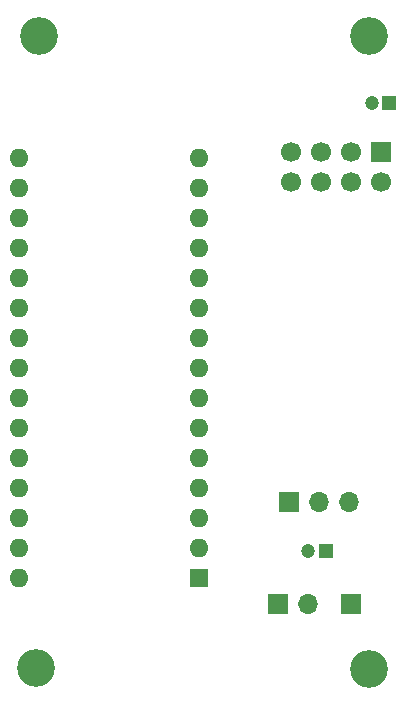
<source format=gbr>
%TF.GenerationSoftware,KiCad,Pcbnew,7.0.7*%
%TF.CreationDate,2023-10-16T17:55:04+02:00*%
%TF.ProjectId,arduino-nano-radio-receiver,61726475-696e-46f2-9d6e-616e6f2d7261,0*%
%TF.SameCoordinates,Original*%
%TF.FileFunction,Soldermask,Bot*%
%TF.FilePolarity,Negative*%
%FSLAX46Y46*%
G04 Gerber Fmt 4.6, Leading zero omitted, Abs format (unit mm)*
G04 Created by KiCad (PCBNEW 7.0.7) date 2023-10-16 17:55:04*
%MOMM*%
%LPD*%
G01*
G04 APERTURE LIST*
%ADD10R,1.600000X1.600000*%
%ADD11O,1.600000X1.600000*%
%ADD12C,3.200000*%
%ADD13R,1.200000X1.200000*%
%ADD14C,1.200000*%
%ADD15R,1.700000X1.700000*%
%ADD16O,1.700000X1.700000*%
%ADD17C,1.700000*%
G04 APERTURE END LIST*
D10*
%TO.C,A1*%
X97900000Y-81860000D03*
D11*
X97900000Y-79320000D03*
X97900000Y-76780000D03*
X97900000Y-74240000D03*
X97900000Y-71700000D03*
X97900000Y-69160000D03*
X97900000Y-66620000D03*
X97900000Y-64080000D03*
X97900000Y-61540000D03*
X97900000Y-59000000D03*
X97900000Y-56460000D03*
X97900000Y-53920000D03*
X97900000Y-51380000D03*
X97900000Y-48840000D03*
X97900000Y-46300000D03*
X82660000Y-46300000D03*
X82660000Y-48840000D03*
X82660000Y-51380000D03*
X82660000Y-53920000D03*
X82660000Y-56460000D03*
X82660000Y-59000000D03*
X82660000Y-61540000D03*
X82660000Y-64080000D03*
X82660000Y-66620000D03*
X82660000Y-69160000D03*
X82660000Y-71700000D03*
X82660000Y-74240000D03*
X82660000Y-76780000D03*
X82660000Y-79320000D03*
X82660000Y-81860000D03*
%TD*%
D12*
%TO.C,REF\u002A\u002A*%
X84364823Y-35964823D03*
%TD*%
%TO.C,REF\u002A\u002A*%
X112300000Y-36000000D03*
%TD*%
%TO.C,REF\u002A\u002A*%
X84100000Y-89500000D03*
%TD*%
D13*
%TO.C,C1*%
X108620000Y-79600000D03*
D14*
X107120000Y-79600000D03*
%TD*%
D15*
%TO.C,J1*%
X110800000Y-84050000D03*
%TD*%
D12*
%TO.C,REF\u002A\u002A*%
X112300000Y-89600000D03*
%TD*%
D15*
%TO.C,BT1*%
X104600000Y-84050000D03*
D16*
X107140000Y-84050000D03*
%TD*%
D13*
%TO.C,C2*%
X114000000Y-41650000D03*
D14*
X112500000Y-41650000D03*
%TD*%
D15*
%TO.C,U2*%
X113320000Y-45800000D03*
D17*
X113320000Y-48340000D03*
X110780000Y-45800000D03*
X110780000Y-48340000D03*
X108240000Y-45800000D03*
X108240000Y-48340000D03*
X105700000Y-45800000D03*
X105700000Y-48340000D03*
%TD*%
D15*
%TO.C,U1*%
X105470000Y-75400000D03*
D16*
X108010000Y-75400000D03*
X110550000Y-75400000D03*
%TD*%
M02*

</source>
